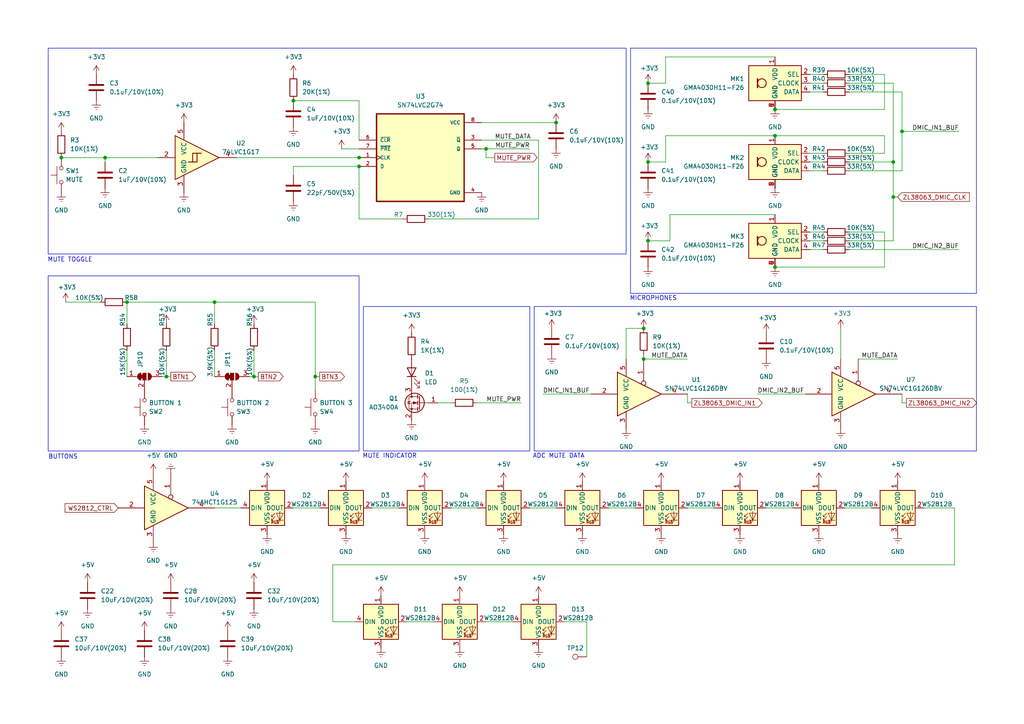
<source format=kicad_sch>
(kicad_sch (version 20231120) (generator "eeschema") (generator_version "8.0")
  (paper "A4")
  (junction (at 73.66 109.22))
  (junction (at 161.29 35.56))
  (junction (at 186.69 95.25))
  (junction (at 36.83 87.63))
  (junction (at 187.96 69.85))
  (junction (at 104.14 48.26))
  (junction (at 187.96 24.13))
  (junction (at 140.97 43.18))
  (junction (at 186.69 104.14))
  (junction (at 91.44 109.22))
  (junction (at 62.23 87.63))
  (junction (at 224.79 77.47))
  (junction (at 259.08 57.15))
  (junction (at 261.62 38.1))
  (junction (at 259.08 46.99))
  (junction (at 30.48 45.72))
  (junction (at 48.26 109.22))
  (junction (at 224.79 31.75))
  (junction (at 17.78 45.72))
  (junction (at 85.09 29.21))
  (junction (at 224.79 39.37))
  (junction (at 187.96 46.99))
  (junction (at 104.14 45.72))
  (wire (pts (xy 194.31 69.85) (xy 194.31 62.23)))
  (wire (pts (xy 62.23 87.63) (xy 36.83 87.63)))
  (wire (pts (xy 91.44 109.22) (xy 92.71 109.22)))
  (wire (pts (xy 170.18 190.5) (xy 170.18 180.34)))
  (wire (pts (xy 234.95 44.45) (xy 238.76 44.45)))
  (wire (pts (xy 187.96 69.85) (xy 194.31 69.85)))
  (wire (pts (xy 36.83 87.63) (xy 36.83 93.98)))
  (wire (pts (xy 92.71 147.32) (xy 85.09 147.32)))
  (wire (pts (xy 276.86 147.32) (xy 276.86 163.83)))
  (wire (pts (xy 260.35 104.14) (xy 248.92 104.14)))
  (wire (pts (xy 186.69 102.87) (xy 186.69 104.14)))
  (wire (pts (xy 238.76 49.53) (xy 234.95 49.53)))
  (wire (pts (xy 256.54 31.75) (xy 224.79 31.75)))
  (wire (pts (xy 163.83 180.34) (xy 170.18 180.34)))
  (wire (pts (xy 85.09 48.26) (xy 85.09 50.8)))
  (wire (pts (xy 256.54 44.45) (xy 256.54 39.37)))
  (wire (pts (xy 276.86 163.83) (xy 96.52 163.83)))
  (wire (pts (xy 267.97 147.32) (xy 276.86 147.32)))
  (wire (pts (xy 259.08 46.99) (xy 259.08 57.15)))
  (wire (pts (xy 73.66 109.22) (xy 72.39 109.22)))
  (wire (pts (xy 193.04 46.99) (xy 193.04 39.37)))
  (wire (pts (xy 116.84 63.5) (xy 104.14 63.5)))
  (wire (pts (xy 130.81 116.84) (xy 127 116.84)))
  (wire (pts (xy 140.97 43.18) (xy 139.7 43.18)))
  (wire (pts (xy 261.62 116.84) (xy 261.62 114.3)))
  (wire (pts (xy 156.21 63.5) (xy 124.46 63.5)))
  (wire (pts (xy 140.97 180.34) (xy 148.59 180.34)))
  (wire (pts (xy 259.08 46.99) (xy 246.38 46.99)))
  (wire (pts (xy 104.14 63.5) (xy 104.14 48.26)))
  (wire (pts (xy 181.61 95.25) (xy 186.69 95.25)))
  (wire (pts (xy 48.26 109.22) (xy 49.53 109.22)))
  (wire (pts (xy 246.38 69.85) (xy 259.08 69.85)))
  (wire (pts (xy 260.35 57.15) (xy 259.08 57.15)))
  (wire (pts (xy 130.81 147.32) (xy 138.43 147.32)))
  (wire (pts (xy 140.97 45.72) (xy 140.97 43.18)))
  (wire (pts (xy 157.48 114.3) (xy 171.45 114.3)))
  (wire (pts (xy 118.11 180.34) (xy 125.73 180.34)))
  (wire (pts (xy 153.67 147.32) (xy 161.29 147.32)))
  (wire (pts (xy 153.67 43.18) (xy 140.97 43.18)))
  (wire (pts (xy 62.23 147.32) (xy 69.85 147.32)))
  (wire (pts (xy 62.23 93.98) (xy 62.23 87.63)))
  (wire (pts (xy 238.76 26.67) (xy 234.95 26.67)))
  (wire (pts (xy 261.62 26.67) (xy 246.38 26.67)))
  (wire (pts (xy 30.48 45.72) (xy 30.48 46.99)))
  (wire (pts (xy 234.95 21.59) (xy 238.76 21.59)))
  (wire (pts (xy 238.76 24.13) (xy 234.95 24.13)))
  (wire (pts (xy 219.71 114.3) (xy 233.68 114.3)))
  (wire (pts (xy 256.54 77.47) (xy 224.79 77.47)))
  (wire (pts (xy 85.09 29.21) (xy 104.14 29.21)))
  (wire (pts (xy 151.13 116.84) (xy 138.43 116.84)))
  (wire (pts (xy 115.57 147.32) (xy 107.95 147.32)))
  (wire (pts (xy 243.84 95.25) (xy 243.84 104.14)))
  (wire (pts (xy 246.38 24.13) (xy 259.08 24.13)))
  (wire (pts (xy 246.38 49.53) (xy 261.62 49.53)))
  (wire (pts (xy 139.7 40.64) (xy 156.21 40.64)))
  (wire (pts (xy 234.95 67.31) (xy 238.76 67.31)))
  (wire (pts (xy 246.38 67.31) (xy 256.54 67.31)))
  (wire (pts (xy 246.38 44.45) (xy 256.54 44.45)))
  (wire (pts (xy 68.58 45.72) (xy 104.14 45.72)))
  (wire (pts (xy 181.61 95.25) (xy 181.61 104.14)))
  (wire (pts (xy 261.62 38.1) (xy 278.13 38.1)))
  (wire (pts (xy 193.04 24.13) (xy 193.04 16.51)))
  (wire (pts (xy 104.14 45.72) (xy 106.68 45.72)))
  (wire (pts (xy 143.51 45.72) (xy 140.97 45.72)))
  (wire (pts (xy 193.04 46.99) (xy 187.96 46.99)))
  (wire (pts (xy 261.62 38.1) (xy 261.62 49.53)))
  (wire (pts (xy 259.08 24.13) (xy 259.08 46.99)))
  (wire (pts (xy 30.48 45.72) (xy 17.78 45.72)))
  (wire (pts (xy 238.76 69.85) (xy 234.95 69.85)))
  (wire (pts (xy 62.23 87.63) (xy 91.44 87.63)))
  (wire (pts (xy 104.14 29.21) (xy 104.14 40.64)))
  (wire (pts (xy 62.23 101.6) (xy 62.23 109.22)))
  (wire (pts (xy 104.14 43.18) (xy 99.06 43.18)))
  (wire (pts (xy 246.38 72.39) (xy 278.13 72.39)))
  (wire (pts (xy 48.26 101.6) (xy 48.26 109.22)))
  (wire (pts (xy 91.44 109.22) (xy 91.44 113.03)))
  (wire (pts (xy 184.15 147.32) (xy 176.53 147.32)))
  (wire (pts (xy 193.04 39.37) (xy 224.79 39.37)))
  (wire (pts (xy 194.31 62.23) (xy 224.79 62.23)))
  (wire (pts (xy 48.26 109.22) (xy 46.99 109.22)))
  (wire (pts (xy 200.66 116.84) (xy 199.39 116.84)))
  (wire (pts (xy 245.11 147.32) (xy 252.73 147.32)))
  (wire (pts (xy 224.79 39.37) (xy 256.54 39.37)))
  (wire (pts (xy 30.48 45.72) (xy 45.72 45.72)))
  (wire (pts (xy 193.04 16.51) (xy 224.79 16.51)))
  (wire (pts (xy 19.05 87.63) (xy 29.21 87.63)))
  (wire (pts (xy 104.14 48.26) (xy 85.09 48.26)))
  (wire (pts (xy 256.54 67.31) (xy 256.54 77.47)))
  (wire (pts (xy 193.04 24.13) (xy 187.96 24.13)))
  (wire (pts (xy 246.38 21.59) (xy 256.54 21.59)))
  (wire (pts (xy 36.83 101.6) (xy 36.83 109.22)))
  (wire (pts (xy 156.21 40.64) (xy 156.21 63.5)))
  (wire (pts (xy 238.76 72.39) (xy 234.95 72.39)))
  (wire (pts (xy 259.08 57.15) (xy 259.08 69.85)))
  (wire (pts (xy 261.62 26.67) (xy 261.62 38.1)))
  (wire (pts (xy 238.76 46.99) (xy 234.95 46.99)))
  (wire (pts (xy 139.7 35.56) (xy 161.29 35.56)))
  (wire (pts (xy 199.39 116.84) (xy 199.39 114.3)))
  (wire (pts (xy 73.66 101.6) (xy 73.66 109.22)))
  (wire (pts (xy 96.52 163.83) (xy 96.52 180.34)))
  (wire (pts (xy 91.44 87.63) (xy 91.44 109.22)))
  (wire (pts (xy 73.66 109.22) (xy 74.93 109.22)))
  (wire (pts (xy 256.54 21.59) (xy 256.54 31.75)))
  (wire (pts (xy 222.25 147.32) (xy 229.87 147.32)))
  (wire (pts (xy 199.39 147.32) (xy 207.01 147.32)))
  (wire (pts (xy 199.39 104.14) (xy 186.69 104.14)))
  (wire (pts (xy 96.52 180.34) (xy 102.87 180.34)))
  (wire (pts (xy 262.89 116.84) (xy 261.62 116.84)))
  (rectangle (start 154.94 88.9) (end 283.21 130.81))
  (rectangle (start 13.97 13.97) (end 181.61 73.66))
  (rectangle (start 105.41 88.9) (end 153.67 130.81))
  (rectangle (start 13.97 80.01) (end 104.14 130.81))
  (rectangle (start 182.88 13.97) (end 283.21 85.09))
  (text "MUTE INDICATOR" (at 113.03 132.334 0) (effects (font (size 1.27 1.27))))
  (text "BUTTONS" (at 18.288 132.588 0) (effects (font (size 1.27 1.27))))
  (text "ADC MUTE DATA" (at 162.052 132.334 0) (effects (font (size 1.27 1.27))))
  (text "MICROPHONES" (at 182.626 86.614 0) (effects (font (size 1.27 1.27)) (justify left)))
  (text "MUTE TOGGLE" (at 20.32 75.438 0) (effects (font (size 1.27 1.27))))
  (label "MUTE_DATA" (at 199.39 104.14 180))
  (label "MUTE_DATA" (at 260.35 104.14 180))
  (label "DMIC_IN2_BUF" (at 278.13 72.39 180))
  (label "MUTE_PWR" (at 151.13 116.84 180))
  (label "MUTE_DATA" (at 143.51 40.64 0))
  (label "DMIC_IN2_BUF" (at 219.71 114.3 0))
  (label "DMIC_IN1_BUF" (at 278.13 38.1 180))
  (label "DMIC_IN1_BUF" (at 157.48 114.3 0))
  (label "MUTE_PWR" (at 153.67 43.18 180))
  (global_label "ZL38063_DMIC_CLK" (shape input) (at 260.35 57.15 0) (property "Intersheetrefs" "${INTERSHEET_REFS}" (effects (hide yes))))
  (global_label "WS2812_CTRL" (shape input) (at 34.29 147.32 180) (property "Intersheetrefs" "${INTERSHEET_REFS}" (effects (hide yes))))
  (global_label "MUTE_PWR" (shape output) (at 143.51 45.72 0) (property "Intersheetrefs" "${INTERSHEET_REFS}" (effects (hide yes))))
  (global_label "BTN1" (shape output) (at 49.53 109.22 0) (property "Intersheetrefs" "${INTERSHEET_REFS}" (effects (hide yes))))
  (global_label "BTN3" (shape output) (at 92.71 109.22 0) (property "Intersheetrefs" "${INTERSHEET_REFS}" (effects (hide yes))))
  (global_label "ZL38063_DMIC_IN1" (shape output) (at 200.66 116.84 0) (property "Intersheetrefs" "${INTERSHEET_REFS}" (effects (hide yes))))
  (global_label "BTN2" (shape output) (at 74.93 109.22 0) (property "Intersheetrefs" "${INTERSHEET_REFS}" (effects (hide yes))))
  (global_label "ZL38063_DMIC_IN2" (shape output) (at 262.89 116.84 0) (property "Intersheetrefs" "${INTERSHEET_REFS}" (effects (hide yes))))
  (symbol (lib_id "Device:R") (at 242.57 69.85 90) (unit 1)
    (property "Reference" "R46" (at 237.49 68.58 90))
    (property "Value" "33R(5%)" (at 249.682 68.58 90))
    (property "Footprint" "Resistor_SMD:R_0402_1005Metric" (effects (hide yes)))
    (property "Description" "Resistor" (effects (hide yes)))
  )
  (symbol (lib_id "power:+3.3V") (at 48.26 93.98 0) (unit 1)
    (property "Reference" "#PWR0135" (effects (hide yes)))
    (property "Value" "+3V3" (at 48.6283 89.6556 0))
  )
  (symbol (lib_id "power:Earth") (at 17.78 55.88 0) (unit 1)
    (property "Reference" "#PWR05" (effects (hide yes)))
    (property "Value" "GND" (at 17.78 60.96 0))
    (property "Description" "Power symbol creates a global label with name \"Earth\"" (effects (hide yes)))
  )
  (symbol (lib_id "Switch:SW_Push") (at 91.44 118.11 90) (mirror x) (unit 1)
    (property "Reference" "SW4" (at 92.71 119.3801 90) (effects (justify right)))
    (property "Value" "BUTTON 3" (at 92.71 116.8401 90) (effects (justify right)))
    (property "Footprint" "Button_Switch_SMD:SW_SPST_PTS645" (effects (hide yes)))
    (property "Description" "Push button switch, generic, two pins" (effects (hide yes)))
  )
  (symbol (lib_id "LED:WS2812B") (at 260.35 147.32 0) (unit 1)
    (property "Reference" "D10" (at 271.78 143.672 0))
    (property "Value" "WS2812B" (at 271.78 146.212 0))
    (property "Footprint" "LED_SMD:LED_WS2812B_PLCC4_5.0x5.0mm_P3.2mm" (effects (hide yes)))
    (property "Datasheet" "https://cdn-shop.adafruit.com/datasheets/WS2812B.pdf" (effects (hide yes)))
    (property "Description" "RGB LED with integrated controller" (effects (hide yes)))
  )
  (symbol (lib_id "power:Earth") (at 139.7 55.88 0) (unit 1)
    (property "Reference" "#PWR016" (effects (hide yes)))
    (property "Value" "GND" (at 139.7 60.96 0))
    (property "Description" "Power symbol creates a global label with name \"Earth\"" (effects (hide yes)))
  )
  (symbol (lib_id "power:Earth") (at 73.66 176.53 0) (unit 1)
    (property "Reference" "#PWR070" (effects (hide yes)))
    (property "Value" "GND" (at 73.66 181.61 0))
    (property "Description" "Power symbol creates a global label with name \"Earth\"" (effects (hide yes)))
  )
  (symbol (lib_id "Device:R") (at 119.38 100.33 0) (unit 1)
    (property "Reference" "R4" (at 121.92 99.0599 0) (effects (justify left)))
    (property "Value" "1K(1%)" (at 121.92 101.5999 0) (effects (justify left)))
    (property "Footprint" "Resistor_SMD:R_0402_1005Metric" (effects (hide yes)))
    (property "Description" "Resistor" (effects (hide yes)))
  )
  (symbol (lib_id "Device:C") (at 73.66 172.72 0) (unit 1)
    (property "Reference" "C32" (at 77.47 171.4499 0) (effects (justify left)))
    (property "Value" "10uF/10V(20%)" (at 77.47 173.9899 0) (effects (justify left)))
    (property "Footprint" "Capacitor_SMD:C_0402_1005Metric" (effects (hide yes)))
    (property "Description" "Unpolarized capacitor" (effects (hide yes)))
  )
  (symbol (lib_id "Device:C") (at 27.94 25.4 0) (unit 1)
    (property "Reference" "C3" (at 31.75 24.1299 0) (effects (justify left)))
    (property "Value" "0.1uF/10V(10%)" (at 31.75 26.6699 0) (effects (justify left)))
    (property "Footprint" "Capacitor_SMD:C_0402_1005Metric" (effects (hide yes)))
    (property "Description" "Unpolarized capacitor" (effects (hide yes)))
  )
  (symbol (lib_id "power:Earth") (at 224.79 54.61 0) (unit 1)
    (property "Reference" "#PWR0107" (effects (hide yes)))
    (property "Value" "GND" (at 224.79 59.69 0))
    (property "Description" "Power symbol creates a global label with name \"Earth\"" (effects (hide yes)))
  )
  (symbol (lib_id "power:+3.3V") (at 243.84 95.25 0) (unit 1)
    (property "Reference" "#PWR047" (effects (hide yes)))
    (property "Value" "+3V3" (at 244.2083 90.9256 0))
  )
  (symbol (lib_id "power:+5V") (at 168.91 139.7 0) (unit 1)
    (property "Reference" "#PWR067" (effects (hide yes)))
    (property "Value" "+5V" (at 168.91 134.62 0))
    (property "Description" "Power symbol creates a global label with name \"+5V\"" (effects (hide yes)))
  )
  (symbol (lib_id "Device:R") (at 242.57 21.59 90) (unit 1)
    (property "Reference" "R39" (at 237.49 20.32 90))
    (property "Value" "10K(5%)" (at 249.682 20.32 90))
    (property "Footprint" "Resistor_SMD:R_0402_1005Metric" (effects (hide yes)))
    (property "Description" "Resistor" (effects (hide yes)))
  )
  (symbol (lib_id "power:Earth") (at 156.21 187.96 0) (unit 1)
    (property "Reference" "#PWR0105" (effects (hide yes)))
    (property "Value" "GND" (at 156.21 193.04 0))
    (property "Description" "Power symbol creates a global label with name \"Earth\"" (effects (hide yes)))
  )
  (symbol (lib_id "Device:C") (at 187.96 27.94 0) (unit 1)
    (property "Reference" "C40" (at 191.77 26.6699 0) (effects (justify left)))
    (property "Value" "0.1uF/10V(10%)" (at 191.77 29.2099 0) (effects (justify left)))
    (property "Footprint" "Capacitor_SMD:C_0402_1005Metric" (effects (hide yes)))
    (property "Description" "Unpolarized capacitor" (effects (hide yes)))
  )
  (symbol (lib_id "LED:WS2812B") (at 146.05 147.32 0) (unit 1)
    (property "Reference" "D5" (at 157.48 143.672 0))
    (property "Value" "WS2812B" (at 157.48 146.212 0))
    (property "Footprint" "LED_SMD:LED_WS2812B_PLCC4_5.0x5.0mm_P3.2mm" (effects (hide yes)))
    (property "Datasheet" "https://cdn-shop.adafruit.com/datasheets/WS2812B.pdf" (effects (hide yes)))
    (property "Description" "RGB LED with integrated controller" (effects (hide yes)))
  )
  (symbol (lib_id "power:Earth") (at 77.47 154.94 0) (unit 1)
    (property "Reference" "#PWR031" (effects (hide yes)))
    (property "Value" "GND" (at 77.47 160.02 0))
    (property "Description" "Power symbol creates a global label with name \"Earth\"" (effects (hide yes)))
  )
  (symbol (lib_id "power:Earth") (at 181.61 124.46 0) (unit 1)
    (property "Reference" "#PWR020" (effects (hide yes)))
    (property "Value" "GND" (at 181.61 129.54 0))
    (property "Description" "Power symbol creates a global label with name \"Earth\"" (effects (hide yes)))
  )
  (symbol (lib_id "74xGxx:74AHCT1G125") (at 49.53 147.32 0) (unit 1)
    (property "Reference" "U4" (at 62.23 143.129 0))
    (property "Value" "74AHCT1G125" (at 62.23 145.669 0))
    (property "Footprint" "Package_TO_SOT_SMD:SOT-23-5" (effects (hide yes)))
    (property "Datasheet" "http://www.ti.com/lit/sg/scyt129e/scyt129e.pdf" (effects (hide yes)))
    (property "Description" "Single Buffer Gate Tri-State, Low-Voltage CMOS" (effects (hide yes)))
  )
  (symbol (lib_id "power:Earth") (at 243.84 124.46 0) (unit 1)
    (property "Reference" "#PWR0109" (effects (hide yes)))
    (property "Value" "GND" (at 243.84 129.54 0))
    (property "Description" "Power symbol creates a global label with name \"Earth\"" (effects (hide yes)))
  )
  (symbol (lib_id "Device:C") (at 222.25 100.33 0) (unit 1)
    (property "Reference" "C10" (at 226.06 99.0599 0) (effects (justify left)))
    (property "Value" "0.1uF/10V(10%)" (at 226.06 101.5999 0) (effects (justify left)))
    (property "Footprint" "Capacitor_SMD:C_0402_1005Metric" (effects (hide yes)))
    (property "Description" "Unpolarized capacitor" (effects (hide yes)))
  )
  (symbol (lib_id "power:Earth") (at 67.31 123.19 0) (unit 1)
    (property "Reference" "#PWR0133" (effects (hide yes)))
    (property "Value" "GND" (at 67.31 128.27 0))
    (property "Description" "Power symbol creates a global label with name \"Earth\"" (effects (hide yes)))
  )
  (symbol (lib_id "power:+5V") (at 146.05 139.7 0) (unit 1)
    (property "Reference" "#PWR061" (effects (hide yes)))
    (property "Value" "+5V" (at 146.05 134.62 0))
    (property "Description" "Power symbol creates a global label with name \"+5V\"" (effects (hide yes)))
  )
  (symbol (lib_id "Device:R") (at 242.57 72.39 90) (unit 1)
    (property "Reference" "R47" (at 237.49 71.12 90))
    (property "Value" "33R(5%)" (at 249.682 71.12 90))
    (property "Footprint" "Resistor_SMD:R_0402_1005Metric" (effects (hide yes)))
    (property "Description" "Resistor" (effects (hide yes)))
  )
  (symbol (lib_id "Switch:SW_Push") (at 17.78 50.8 90) (unit 1)
    (property "Reference" "SW1" (at 19.05 49.5299 90) (effects (justify right)))
    (property "Value" "MUTE" (at 19.05 52.0699 90) (effects (justify right)))
    (property "Footprint" "Button_Switch_SMD:SW_SPST_PTS645" (effects (hide yes)))
    (property "Description" "Push button switch, generic, two pins" (effects (hide yes)))
  )
  (symbol (lib_id "power:Earth") (at 260.35 154.94 0) (unit 1)
    (property "Reference" "#PWR091" (effects (hide yes)))
    (property "Value" "GND" (at 260.35 160.02 0))
    (property "Description" "Power symbol creates a global label with name \"Earth\"" (effects (hide yes)))
  )
  (symbol (lib_id "Device:R") (at 242.57 24.13 90) (unit 1)
    (property "Reference" "R40" (at 237.49 22.86 90))
    (property "Value" "33R(5%)" (at 249.682 22.86 90))
    (property "Footprint" "Resistor_SMD:R_0402_1005Metric" (effects (hide yes)))
    (property "Description" "Resistor" (effects (hide yes)))
  )
  (symbol (lib_id "power:Earth") (at 187.96 54.61 0) (unit 1)
    (property "Reference" "#PWR0102" (effects (hide yes)))
    (property "Value" "GND" (at 187.96 59.69 0))
    (property "Description" "Power symbol creates a global label with name \"Earth\"" (effects (hide yes)))
  )
  (symbol (lib_id "power:Earth") (at 237.49 154.94 0) (unit 1)
    (property "Reference" "#PWR083" (effects (hide yes)))
    (property "Value" "GND" (at 237.49 160.02 0))
    (property "Description" "Power symbol creates a global label with name \"Earth\"" (effects (hide yes)))
  )
  (symbol (lib_id "power:+5V") (at 17.78 182.88 0) (unit 1)
    (property "Reference" "#PWR076" (effects (hide yes)))
    (property "Value" "+5V" (at 17.78 177.8 0))
    (property "Description" "Power symbol creates a global label with name \"+5V\"" (effects (hide yes)))
  )
  (symbol (lib_id "Device:R") (at 33.02 87.63 270) (mirror x) (unit 1)
    (property "Reference" "R58" (at 38.1 86.36 90))
    (property "Value" "10K(5%)" (at 25.908 86.36 90))
    (property "Footprint" "Resistor_SMD:R_0402_1005Metric" (effects (hide yes)))
    (property "Description" "Resistor" (effects (hide yes)))
  )
  (symbol (lib_id "Device:C") (at 17.78 186.69 0) (unit 1)
    (property "Reference" "C37" (at 21.59 185.4199 0) (effects (justify left)))
    (property "Value" "10uF/10V(20%)" (at 21.59 187.9599 0) (effects (justify left)))
    (property "Footprint" "Capacitor_SMD:C_0402_1005Metric" (effects (hide yes)))
    (property "Description" "Unpolarized capacitor" (effects (hide yes)))
  )
  (symbol (lib_id "LED:WS2812B") (at 237.49 147.32 0) (unit 1)
    (property "Reference" "D9" (at 248.92 143.672 0))
    (property "Value" "WS2812B" (at 248.92 146.212 0))
    (property "Footprint" "LED_SMD:LED_WS2812B_PLCC4_5.0x5.0mm_P3.2mm" (effects (hide yes)))
    (property "Datasheet" "https://cdn-shop.adafruit.com/datasheets/WS2812B.pdf" (effects (hide yes)))
    (property "Description" "RGB LED with integrated controller" (effects (hide yes)))
  )
  (symbol (lib_id "Device:R") (at 48.26 97.79 0) (mirror y) (unit 1)
    (property "Reference" "R53" (at 46.99 92.71 90))
    (property "Value" "10K(5%)" (at 46.99 104.902 90))
    (property "Footprint" "Resistor_SMD:R_0402_1005Metric" (effects (hide yes)))
    (property "Description" "Resistor" (effects (hide yes)))
  )
  (symbol (lib_id "power:+3.3V") (at 73.66 93.98 0) (unit 1)
    (property "Reference" "#PWR0137" (effects (hide yes)))
    (property "Value" "+3V3" (at 74.0283 89.6556 0))
  )
  (symbol (lib_id "power:+5V") (at 156.21 172.72 0) (unit 1)
    (property "Reference" "#PWR098" (effects (hide yes)))
    (property "Value" "+5V" (at 156.21 167.64 0))
    (property "Description" "Power symbol creates a global label with name \"+5V\"" (effects (hide yes)))
  )
  (symbol (lib_id "power:Earth") (at 214.63 154.94 0) (unit 1)
    (property "Reference" "#PWR079" (effects (hide yes)))
    (property "Value" "GND" (at 214.63 160.02 0))
    (property "Description" "Power symbol creates a global label with name \"Earth\"" (effects (hide yes)))
  )
  (symbol (lib_id "INGHAi GMA4030H11-F26:GMA4030H11-F26") (at 224.79 46.99 0) (unit 1)
    (property "Reference" "MK2" (at 215.9 45.7199 0) (effects (justify right)))
    (property "Value" "GMA4030H11-F26" (at 215.9 48.2599 0) (effects (justify right)))
    (property "Footprint" "Library:XDCR_CMM-4030DT-26154-TR" (effects (hide yes)))
    (property "Datasheet" "https://www.lcsc.com/datasheet/lcsc_datasheet_2005071903_INGHAi-GMA4030H11-F26_C498193.pdf" (effects (hide yes)))
    (property "Description" "Digital MEMS Microphone" (effects (hide yes)))
  )
  (symbol (lib_id "LED:WS2812B") (at 168.91 147.32 0) (unit 1)
    (property "Reference" "D6" (at 180.34 143.672 0))
    (property "Value" "WS2812B" (at 180.34 146.212 0))
    (property "Footprint" "LED_SMD:LED_WS2812B_PLCC4_5.0x5.0mm_P3.2mm" (effects (hide yes)))
    (property "Datasheet" "https://cdn-shop.adafruit.com/datasheets/WS2812B.pdf" (effects (hide yes)))
    (property "Description" "RGB LED with integrated controller" (effects (hide yes)))
  )
  (symbol (lib_id "Transistor_FET:AO3400A") (at 121.92 116.84 0) (mirror y) (unit 1)
    (property "Reference" "Q1" (at 115.57 115.5699 0) (effects (justify left)))
    (property "Value" "AO3400A" (at 115.57 118.1099 0) (effects (justify left)))
    (property "Footprint" "Package_TO_SOT_SMD:SOT-23" (effects (hide yes)))
    (property "Datasheet" "http://www.aosmd.com/pdfs/datasheet/AO3400A.pdf" (effects (hide yes)))
    (property "Description" "30V Vds, 5.7A Id, N-Channel MOSFET, SOT-23" (effects (hide yes)))
  )
  (symbol (lib_id "Device:R") (at 186.69 99.06 0) (unit 1)
    (property "Reference" "R9" (at 189.23 97.7899 0) (effects (justify left)))
    (property "Value" "10K(1%)" (at 189.23 100.3299 0) (effects (justify left)))
    (property "Footprint" "Resistor_SMD:R_0402_1005Metric" (effects (hide yes)))
    (property "Description" "Resistor" (effects (hide yes)))
  )
  (symbol (lib_id "power:+5V") (at 260.35 139.7 0) (unit 1)
    (property "Reference" "#PWR090" (effects (hide yes)))
    (property "Value" "+5V" (at 260.35 134.62 0))
    (property "Description" "Power symbol creates a global label with name \"+5V\"" (effects (hide yes)))
  )
  (symbol (lib_id "Device:R") (at 242.57 26.67 90) (unit 1)
    (property "Reference" "R41" (at 237.49 25.4 90))
    (property "Value" "33R(5%)" (at 249.682 25.4 90))
    (property "Footprint" "Resistor_SMD:R_0402_1005Metric" (effects (hide yes)))
    (property "Description" "Resistor" (effects (hide yes)))
  )
  (symbol (lib_id "power:+3.3V") (at 53.34 35.56 0) (unit 1)
    (property "Reference" "#PWR0141" (effects (hide yes)))
    (property "Value" "+3V3" (at 53.34 30.48 0))
    (property "Description" "Power symbol creates a global label with name \"+3.3V\"" (effects (hide yes)))
  )
  (symbol (lib_id "power:Earth") (at 191.77 154.94 0) (unit 1)
    (property "Reference" "#PWR072" (effects (hide yes)))
    (property "Value" "GND" (at 191.77 160.02 0))
    (property "Description" "Power symbol creates a global label with name \"Earth\"" (effects (hide yes)))
  )
  (symbol (lib_id "74xGxx:74LVC1G17") (at 58.42 45.72 0) (unit 1)
    (property "Reference" "U2" (at 69.85 41.529 0))
    (property "Value" "74LVC1G17" (at 69.85 44.069 0))
    (property "Footprint" "Package_TO_SOT_SMD:SOT-23-5" (effects (hide yes)))
    (property "Datasheet" "https://www.ti.com/lit/ds/symlink/sn74lvc1g17.pdf" (effects (hide yes)))
    (property "Description" "Single Schmitt Buffer Gate, Low-Voltage CMOS" (effects (hide yes)))
  )
  (symbol (lib_id "power:Earth") (at 91.44 123.19 0) (unit 1)
    (property "Reference" "#PWR0134" (effects (hide yes)))
    (property "Value" "GND" (at 91.44 128.27 0))
    (property "Description" "Power symbol creates a global label with name \"Earth\"" (effects (hide yes)))
  )
  (symbol (lib_id "Device:R") (at 120.65 63.5 270) (unit 1)
    (property "Reference" "R7" (at 115.57 62.23 90))
    (property "Value" "330(1%)" (at 128.016 62.23 90))
    (property "Footprint" "Resistor_SMD:R_0402_1005Metric" (effects (hide yes)))
    (property "Description" "Resistor" (effects (hide yes)))
  )
  (symbol (lib_id "power:Earth") (at 187.96 77.47 0) (unit 1)
    (property "Reference" "#PWR0104" (effects (hide yes)))
    (property "Value" "GND" (at 187.96 82.55 0))
    (property "Description" "Power symbol creates a global label with name \"Earth\"" (effects (hide yes)))
  )
  (symbol (lib_id "power:+3.3V") (at 187.96 46.99 0) (unit 1)
    (property "Reference" "#PWR0101" (effects (hide yes)))
    (property "Value" "+3V3" (at 188.3283 42.6656 0))
  )
  (symbol (lib_id "Device:C") (at 161.29 39.37 0) (unit 1)
    (property "Reference" "C6" (at 165.1 38.0999 0) (effects (justify left)))
    (property "Value" "0.1uF/10V(10%)" (at 165.1 40.6399 0) (effects (justify left)))
    (property "Footprint" "Capacitor_SMD:C_0402_1005Metric" (effects (hide yes)))
    (property "Description" "Unpolarized capacitor" (effects (hide yes)))
  )
  (symbol (lib_id "Device:R") (at 62.23 97.79 0) (mirror y) (unit 1)
    (property "Reference" "R55" (at 60.96 92.71 90))
    (property "Value" "3.9K(5%)" (at 60.96 104.902 90))
    (property "Footprint" "Resistor_SMD:R_0402_1005Metric" (effects (hide yes)))
    (property "Description" "Resistor" (effects (hide yes)))
  )
  (symbol (lib_id "INGHAi GMA4030H11-F26:GMA4030H11-F26") (at 224.79 24.13 0) (unit 1)
    (property "Reference" "MK1" (at 215.9 22.8599 0) (effects (justify right)))
    (property "Value" "GMA4030H11-F26" (at 215.9 25.3999 0) (effects (justify right)))
    (property "Footprint" "Library:XDCR_CMM-4030DT-26154-TR" (effects (hide yes)))
    (property "Datasheet" "https://www.lcsc.com/datasheet/lcsc_datasheet_2005071903_INGHAi-GMA4030H11-F26_C498193.pdf" (effects (hide yes)))
    (property "Description" "Digital MEMS Microphone" (effects (hide yes)))
  )
  (symbol (lib_id "SN74LVC2G74:SN74LVC2G74") (at 121.92 45.72 0) (unit 1)
    (property "Reference" "U3" (at 121.92 27.94 0))
    (property "Value" "SN74LVC2G74" (at 121.92 30.48 0))
    (property "Footprint" "Package_SO:VSSOP-8_2.4x2.1mm_P0.5mm" (effects (hide yes)))
    (property "Datasheet" "https://www.ti.com/lit/ds/symlink/sn74lvc2g74.pdf" (effects (hide yes)))
    (property "MF" "Texas Instruments" (effects (hide yes)))
    (property "Description_1" "\nSingle Positive-Edge-Triggered D-Type Flip-Flop with Clear and Preset\n" (effects (hide yes)))
    (property "Package" "VSSOP-8 Texas Instruments" (effects (hide yes)))
    (property "Price" "None" (effects (hide yes)))
    (property "SnapEDA_Link" "https://www.snapeda.com/parts/SN74LVC2G74/Texas+Instruments/view-part/?ref=snap" (effects (hide yes)))
    (property "MP" "SN74LVC2G74" (effects (hide yes)))
    (property "Purchase-URL" "https://www.snapeda.com/api/url_track_click_mouser/?unipart_id=395570&manufacturer=Texas Instruments&part_name=SN74LVC2G74&search_term=sn74lvc2g74" (effects (hide yes)))
    (property "Availability" "In Stock" (effects (hide yes)))
    (property "Check_prices" "https://www.snapeda.com/parts/SN74LVC2G74/Texas+Instruments/view-part/?ref=eda" (effects (hide yes)))
  )
  (symbol (lib_id "Device:C") (at 30.48 50.8 0) (unit 1)
    (property "Reference" "C2" (at 34.29 49.5299 0) (effects (justify left)))
    (property "Value" "1uF/10V(10%)" (at 34.29 52.0699 0) (effects (justify left)))
    (property "Footprint" "Capacitor_SMD:C_0402_1005Metric" (effects (hide yes)))
    (property "Description" "Unpolarized capacitor" (effects (hide yes)))
  )
  (symbol (lib_id "power:+5V") (at 77.47 139.7 0) (unit 1)
    (property "Reference" "#PWR030" (effects (hide yes)))
    (property "Value" "+5V" (at 77.47 134.62 0))
    (property "Description" "Power symbol creates a global label with name \"+5V\"" (effects (hide yes)))
  )
  (symbol (lib_id "power:+3.3V") (at 27.94 21.59 0) (unit 1)
    (property "Reference" "#PWR010" (effects (hide yes)))
    (property "Value" "+3V3" (at 27.94 16.51 0))
    (property "Description" "Power symbol creates a global label with name \"+3.3V\"" (effects (hide yes)))
  )
  (symbol (lib_id "Device:C") (at 160.02 99.06 0) (unit 1)
    (property "Reference" "C7" (at 163.83 97.7899 0) (effects (justify left)))
    (property "Value" "0.1uF/10V(10%)" (at 163.83 100.3299 0) (effects (justify left)))
    (property "Footprint" "Capacitor_SMD:C_0402_1005Metric" (effects (hide yes)))
    (property "Description" "Unpolarized capacitor" (effects (hide yes)))
  )
  (symbol (lib_id "Jumper:SolderJumper_3_Bridged12") (at 67.31 109.22 0) (unit 1)
    (property "Reference" "JP11" (at 66.0399 106.68 90) (effects (justify left)))
    (property "Value" "SolderJumper_3_Bridged12" (effects (hide yes)))
    (property "Footprint" "Jumper:SolderJumper-3_P1.3mm_Bridged12_RoundedPad1.0x1.5mm" (effects (hide yes)))
    (property "Description" "3-pole Solder Jumper, pins 1+2 closed/bridged" (effects (hide yes)))
  )
  (symbol (lib_id "Device:LED") (at 119.38 107.95 90) (unit 1)
    (property "Reference" "D1" (at 123.19 108.2674 90) (effects (justify right)))
    (property "Value" "LED" (at 123.19 110.8074 90) (effects (justify right)))
    (property "Footprint" "LED_SMD:LED_0603_1608Metric" (effects (hide yes)))
    (property "Description" "Light emitting diode" (effects (hide yes)))
  )
  (symbol (lib_id "power:Earth") (at 25.4 176.53 0) (unit 1)
    (property "Reference" "#PWR056" (effects (hide yes)))
    (property "Value" "GND" (at 25.4 181.61 0))
    (property "Description" "Power symbol creates a global label with name \"Earth\"" (effects (hide yes)))
  )
  (symbol (lib_id "Device:R") (at 242.57 49.53 90) (unit 1)
    (property "Reference" "R44" (at 237.49 48.26 90))
    (property "Value" "33R(5%)" (at 249.682 48.26 90))
    (property "Footprint" "Resistor_SMD:R_0402_1005Metric" (effects (hide yes)))
    (property "Description" "Resistor" (effects (hide yes)))
  )
  (symbol (lib_id "Jumper:SolderJumper_3_Bridged12") (at 41.91 109.22 0) (unit 1)
    (property "Reference" "JP10" (at 40.6399 106.68 90) (effects (justify left)))
    (property "Value" "SolderJumper_3_Bridged12" (effects (hide yes)))
    (property "Footprint" "Jumper:SolderJumper-3_P1.3mm_Bridged12_RoundedPad1.0x1.5mm" (effects (hide yes)))
    (property "Description" "3-pole Solder Jumper, pins 1+2 closed/bridged" (effects (hide yes)))
  )
  (symbol (lib_id "power:Earth") (at 187.96 31.75 0) (unit 1)
    (property "Reference" "#PWR0100" (effects (hide yes)))
    (property "Value" "GND" (at 187.96 36.83 0))
    (property "Description" "Power symbol creates a global label with name \"Earth\"" (effects (hide yes)))
  )
  (symbol (lib_id "power:+3.3V") (at 186.69 95.25 0) (unit 1)
    (property "Reference" "#PWR023" (effects (hide yes)))
    (property "Value" "+3V3" (at 187.0583 90.9256 0))
  )
  (symbol (lib_id "power:Earth") (at 49.53 176.53 0) (unit 1)
    (property "Reference" "#PWR065" (effects (hide yes)))
    (property "Value" "GND" (at 49.53 181.61 0))
    (property "Description" "Power symbol creates a global label with name \"Earth\"" (effects (hide yes)))
  )
  (symbol (lib_id "Device:C") (at 187.96 73.66 0) (unit 1)
    (property "Reference" "C42" (at 191.77 72.3899 0) (effects (justify left)))
    (property "Value" "0.1uF/10V(10%)" (at 191.77 74.9299 0) (effects (justify left)))
    (property "Footprint" "Capacitor_SMD:C_0402_1005Metric" (effects (hide yes)))
    (property "Description" "Unpolarized capacitor" (effects (hide yes)))
  )
  (symbol (lib_id "power:Earth") (at 44.45 157.48 0) (unit 1)
    (property "Reference" "#PWR022" (effects (hide yes)))
    (property "Value" "GND" (at 44.45 162.56 0))
    (property "Description" "Power symbol creates a global label with name \"Earth\"" (effects (hide yes)))
  )
  (symbol (lib_id "74xGxx:SN74LVC1G125DBV") (at 186.69 114.3 0) (unit 1)
    (property "Reference" "U1" (at 201.93 110.109 0))
    (property "Value" "SN74LVC1G126DBV" (at 201.93 112.649 0))
    (property "Footprint" "Package_TO_SOT_SMD:SOT-23-5" (effects (hide yes)))
    (property "Datasheet" "http://www.ti.com/lit/ds/symlink/sn74lvc1g125.pdf" (effects (hide yes)))
    (property "Description" "Single Buffer Gate Tri-State, Low-Voltage CMOS, SOT-23-5" (effects (hide yes)))
  )
  (symbol (lib_id "power:+5V") (at 25.4 168.91 0) (unit 1)
    (property "Reference" "#PWR055" (effects (hide yes)))
    (property "Value" "+5V" (at 25.4 163.83 0))
    (property "Description" "Power symbol creates a global label with name \"+5V\"" (effects (hide yes)))
  )
  (symbol (lib_id "Device:R") (at 36.83 97.79 0) (mirror y) (unit 1)
    (property "Reference" "R54" (at 35.56 92.71 90))
    (property "Value" "15K(5%)" (at 35.56 104.902 90))
    (property "Footprint" "Resistor_SMD:R_0402_1005Metric" (effects (hide yes)))
    (property "Description" "Resistor" (effects (hide yes)))
  )
  (symbol (lib_id "power:+3.3V") (at 160.02 95.25 0) (unit 1)
    (property "Reference" "#PWR02" (effects (hide yes)))
    (property "Value" "+3V3" (at 160.3883 90.9256 0))
  )
  (symbol (lib_id "power:+5V") (at 214.63 139.7 0) (unit 1)
    (property "Reference" "#PWR078" (effects (hide yes)))
    (property "Value" "+5V" (at 214.63 134.62 0))
    (property "Description" "Power symbol creates a global label with name \"+5V\"" (effects (hide yes)))
  )
  (symbol (lib_id "power:+3.3V") (at 161.29 35.56 0) (unit 1)
    (property "Reference" "#PWR017" (effects (hide yes)))
    (property "Value" "+3V3" (at 161.29 30.48 0))
    (property "Description" "Power symbol creates a global label with name \"+3.3V\"" (effects (hide yes)))
  )
  (symbol (lib_id "power:+3.3V") (at 222.25 96.52 0) (unit 1)
    (property "Reference" "#PWR034" (effects (hide yes)))
    (property "Value" "+3V3" (at 222.6183 92.1956 0))
  )
  (symbol (lib_id "power:Earth") (at 119.38 121.92 0) (unit 1)
    (property "Reference" "#PWR08" (effects (hide yes)))
    (property "Value" "GND" (at 119.38 127 0))
    (property "Description" "Power symbol creates a global label with name \"Earth\"" (effects (hide yes)))
  )
  (symbol (lib_id "Device:R") (at 242.57 46.99 90) (unit 1)
    (property "Reference" "R43" (at 237.49 45.72 90))
    (property "Value" "33R(5%)" (at 249.682 45.72 90))
    (property "Footprint" "Resistor_SMD:R_0402_1005Metric" (effects (hide yes)))
    (property "Description" "Resistor" (effects (hide yes)))
  )
  (symbol (lib_id "power:Earth") (at 85.09 36.83 0) (unit 1)
    (property "Reference" "#PWR013" (effects (hide yes)))
    (property "Value" "GND" (at 85.09 41.91 0))
    (property "Description" "Power symbol creates a global label with name \"Earth\"" (effects (hide yes)))
  )
  (symbol (lib_id "power:Earth") (at 123.19 154.94 0) (unit 1)
    (property "Reference" "#PWR051" (effects (hide yes)))
    (property "Value" "GND" (at 123.19 160.02 0))
    (property "Description" "Power symbol creates a global label with name \"Earth\"" (effects (hide yes)))
  )
  (symbol (lib_id "power:Earth") (at 110.49 187.96 0) (unit 1)
    (property "Reference" "#PWR095" (effects (hide yes)))
    (property "Value" "GND" (at 110.49 193.04 0))
    (property "Description" "Power symbol creates a global label with name \"Earth\"" (effects (hide yes)))
  )
  (symbol (lib_id "Connector:TestPoint") (at 170.18 190.5 90) (unit 1)
    (property "Reference" "TP12" (at 166.878 187.96 90))
    (property "Value" "TestPoint" (effects (hide yes)))
    (property "Footprint" "TestPoint:TestPoint_Pad_D1.0mm" (effects (hide yes)))
    (property "Description" "test point" (effects (hide yes)))
  )
  (symbol (lib_id "Device:C") (at 49.53 172.72 0) (unit 1)
    (property "Reference" "C28" (at 53.34 171.4499 0) (effects (justify left)))
    (property "Value" "10uF/10V(20%)" (at 53.34 173.9899 0) (effects (justify left)))
    (property "Footprint" "Capacitor_SMD:C_0402_1005Metric" (effects (hide yes)))
    (property "Description" "Unpolarized capacitor" (effects (hide yes)))
  )
  (symbol (lib_id "LED:WS2812B") (at 156.21 180.34 0) (unit 1)
    (property "Reference" "D13" (at 167.64 176.692 0))
    (property "Value" "WS2812B" (at 167.64 179.232 0))
    (property "Footprint" "LED_SMD:LED_WS2812B_PLCC4_5.0x5.0mm_P3.2mm" (effects (hide yes)))
    (property "Datasheet" "https://cdn-shop.adafruit.com/datasheets/WS2812B.pdf" (effects (hide yes)))
    (property "Description" "RGB LED with integrated controller" (effects (hide yes)))
  )
  (symbol (lib_id "power:+3.3V") (at 19.05 87.63 0) (unit 1)
    (property "Reference" "#PWR0138" (effects (hide yes)))
    (property "Value" "+3V3" (at 19.4183 83.3056 0))
  )
  (symbol (lib_id "power:Earth") (at 100.33 154.94 0) (unit 1)
    (property "Reference" "#PWR042" (effects (hide yes)))
    (property "Value" "GND" (at 100.33 160.02 0))
    (property "Description" "Power symbol creates a global label with name \"Earth\"" (effects (hide yes)))
  )
  (symbol (lib_id "Device:R") (at 85.09 25.4 0) (unit 1)
    (property "Reference" "R6" (at 87.63 24.1299 0) (effects (justify left)))
    (property "Value" "20K(1%)" (at 87.63 26.6699 0) (effects (justify left)))
    (property "Footprint" "Resistor_SMD:R_0402_1005Metric" (effects (hide yes)))
    (property "Description" "Resistor" (effects (hide yes)))
  )
  (symbol (lib_id "LED:WS2812B") (at 77.47 147.32 0) (unit 1)
    (property "Reference" "D2" (at 88.9 143.672 0))
    (property "Value" "WS2812B" (at 88.9 146.212 0))
    (property "Footprint" "LED_SMD:LED_WS2812B_PLCC4_5.0x5.0mm_P3.2mm" (effects (hide yes)))
    (property "Datasheet" "https://cdn-shop.adafruit.com/datasheets/WS2812B.pdf" (effects (hide yes)))
    (property "Description" "RGB LED with integrated controller" (effects (hide yes)))
  )
  (symbol (lib_id "power:Earth") (at 66.04 190.5 0) (unit 1)
    (property "Reference" "#PWR088" (effects (hide yes)))
    (property "Value" "GND" (at 66.04 195.58 0))
    (property "Description" "Power symbol creates a global label with name \"Earth\"" (effects (hide yes)))
  )
  (symbol (lib_id "power:+5V") (at 237.49 139.7 0) (unit 1)
    (property "Reference" "#PWR082" (effects (hide yes)))
    (property "Value" "+5V" (at 237.49 134.62 0))
    (property "Description" "Power symbol creates a global label with name \"+5V\"" (effects (hide yes)))
  )
  (symbol (lib_id "power:+5V") (at 44.45 137.16 0) (unit 1)
    (property "Reference" "#PWR021" (effects (hide yes)))
    (property "Value" "+5V" (at 44.45 132.08 0))
    (property "Description" "Power symbol creates a global label with name \"+5V\"" (effects (hide yes)))
  )
  (symbol (lib_id "LED:WS2812B") (at 191.77 147.32 0) (unit 1)
    (property "Reference" "D7" (at 203.2 143.672 0))
    (property "Value" "WS2812B" (at 203.2 146.212 0))
    (property "Footprint" "LED_SMD:LED_WS2812B_PLCC4_5.0x5.0mm_P3.2mm" (effects (hide yes)))
    (property "Datasheet" "https://cdn-shop.adafruit.com/datasheets/WS2812B.pdf" (effects (hide yes)))
    (property "Description" "RGB LED with integrated controller" (effects (hide yes)))
  )
  (symbol (lib_id "Device:R") (at 73.66 97.79 0) (mirror y) (unit 1)
    (property "Reference" "R56" (at 72.39 92.71 90))
    (property "Value" "10K(5%)" (at 72.39 104.902 90))
    (property "Footprint" "Resistor_SMD:R_0402_1005Metric" (effects (hide yes)))
    (property "Description" "Resistor" (effects (hide yes)))
  )
  (symbol (lib_id "Device:R") (at 134.62 116.84 90) (unit 1)
    (property "Reference" "R5" (at 134.62 110.49 90))
    (property "Value" "100(1%)" (at 134.62 113.03 90))
    (property "Footprint" "Resistor_SMD:R_0402_1005Metric" (effects (hide yes)))
    (property "Description" "Resistor" (effects (hide yes)))
  )
  (symbol (lib_id "power:+5V") (at 41.91 182.88 0) (unit 1)
    (property "Reference" "#PWR080" (effects (hide yes)))
    (property "Value" "+5V" (at 41.91 177.8 0))
    (property "Description" "Power symbol creates a global label with name \"+5V\"" (effects (hide yes)))
  )
  (symbol (lib_id "power:+5V") (at 49.53 168.91 0) (unit 1)
    (property "Reference" "#PWR064" (effects (hide yes)))
    (property "Value" "+5V" (at 49.53 163.83 0))
    (property "Description" "Power symbol creates a global label with name \"+5V\"" (effects (hide yes)))
  )
  (symbol (lib_id "Device:R") (at 242.57 44.45 90) (unit 1)
    (property "Reference" "R42" (at 237.49 43.18 90))
    (property "Value" "10K(5%)" (at 249.682 43.18 90))
    (property "Footprint" "Resistor_SMD:R_0402_1005Metric" (effects (hide yes)))
    (property "Description" "Resistor" (effects (hide yes)))
  )
  (symbol (lib_id "power:+3.3V") (at 99.06 43.18 0) (unit 1)
    (property "Reference" "#PWR015" (effects (hide yes)))
    (property "Value" "+3V3" (at 99.06 38.1 0))
    (property "Description" "Power symbol creates a global label with name \"+3.3V\"" (effects (hide yes)))
  )
  (symbol (lib_id "Switch:SW_Push") (at 41.91 118.11 90) (mirror x) (unit 1)
    (property "Reference" "SW2" (at 43.18 119.3801 90) (effects (justify right)))
    (property "Value" "BUTTON 1" (at 43.18 116.8401 90) (effects (justify right)))
    (property "Footprint" "Button_Switch_SMD:SW_SPST_PTS645" (effects (hide yes)))
    (property "Description" "Push button switch, generic, two pins" (effects (hide yes)))
  )
  (symbol (lib_id "74xGxx:SN74LVC1G125DBV") (at 248.92 114.3 0) (unit 1)
    (property "Reference" "U7" (at 264.16 110.109 0))
    (property "Value" "SN74LVC1G126DBV" (at 264.16 112.649 0))
    (property "Footprint" "Package_TO_SOT_SMD:SOT-23-5" (effects (hide yes)))
    (property "Datasheet" "http://www.ti.com/lit/ds/symlink/sn74lvc1g125.pdf" (effects (hide yes)))
    (property "Description" "Single Buffer Gate Tri-State, Low-Voltage CMOS, SOT-23-5" (effects (hide yes)))
  )
  (symbol (lib_id "power:+5V") (at 133.35 172.72 0) (unit 1)
    (property "Reference" "#PWR096" (effects (hide yes)))
    (property "Value" "+5V" (at 133.35 167.64 0))
    (property "Description" "Power symbol creates a global label with name \"+5V\"" (effects (hide yes)))
  )
  (symbol (lib_id "power:+3.3V") (at 187.96 24.13 0) (unit 1)
    (property "Reference" "#PWR099" (effects (hide yes)))
    (property "Value" "+3V3" (at 188.3283 19.8056 0))
  )
  (symbol (lib_id "power:Earth") (at 41.91 123.19 0) (unit 1)
    (property "Reference" "#PWR0136" (effects (hide yes)))
    (property "Value" "GND" (at 41.91 128.27 0))
    (property "Description" "Power symbol creates a global label with name \"Earth\"" (effects (hide yes)))
  )
  (symbol (lib_id "power:+5V") (at 100.33 139.7 0) (unit 1)
    (property "Reference" "#PWR041" (effects (hide yes)))
    (property "Value" "+5V" (at 100.33 134.62 0))
    (property "Description" "Power symbol creates a global label with name \"+5V\"" (effects (hide yes)))
  )
  (symbol (lib_id "power:Earth") (at 17.78 190.5 0) (unit 1)
    (property "Reference" "#PWR077" (effects (hide yes)))
    (property "Value" "GND" (at 17.78 195.58 0))
    (property "Description" "Power symbol creates a global label with name \"Earth\"" (effects (hide yes)))
  )
  (symbol (lib_id "power:Earth") (at 133.35 187.96 0) (unit 1)
    (property "Reference" "#PWR097" (effects (hide yes)))
    (property "Value" "GND" (at 133.35 193.04 0))
    (property "Description" "Power symbol creates a global label with name \"Earth\"" (effects (hide yes)))
  )
  (symbol (lib_id "power:Earth") (at 160.02 102.87 0) (unit 1)
    (property "Reference" "#PWR0139" (effects (hide yes)))
    (property "Value" "GND" (at 160.02 107.95 0))
    (property "Description" "Power symbol creates a global label with name \"Earth\"" (effects (hide yes)))
  )
  (symbol (lib_id "Device:R") (at 17.78 41.91 180) (unit 1)
    (property "Reference" "R3" (at 20.32 40.6399 0) (effects (justify right)))
    (property "Value" "10K(1%)" (at 20.32 43.1799 0) (effects (justify right)))
    (property "Footprint" "Resistor_SMD:R_0402_1005Metric" (effects (hide yes)))
    (property "Description" "Resistor" (effects (hide yes)))
  )
  (symbol (lib_id "power:+5V") (at 123.19 139.7 0) (unit 1)
    (property "Reference" "#PWR050" (effects (hide yes)))
    (property "Value" "+5V" (at 123.19 134.62 0))
    (property "Description" "Power symbol creates a global label with name \"+5V\"" (effects (hide yes)))
  )
  (symbol (lib_id "power:Earth") (at 30.48 54.61 0) (unit 1)
    (property "Reference" "#PWR06" (effects (hide yes)))
    (property "Value" "GND" (at 30.48 59.69 0))
    (property "Description" "Power symbol creates a global label with name \"Earth\"" (effects (hide yes)))
  )
  (symbol (lib_id "power:Earth") (at 146.05 154.94 0) (unit 1)
    (property "Reference" "#PWR062" (effects (hide yes)))
    (property "Value" "GND" (at 146.05 160.02 0))
    (property "Description" "Power symbol creates a global label with name \"Earth\"" (effects (hide yes)))
  )
  (symbol (lib_id "power:+5V") (at 110.49 172.72 0) (unit 1)
    (property "Reference" "#PWR094" (effects (hide yes)))
    (property "Value" "+5V" (at 110.49 167.64 0))
    (property "Description" "Power symbol creates a global label with name \"+5V\"" (effects (hide yes)))
  )
  (symbol (lib_id "Device:C") (at 41.91 186.69 0) (unit 1)
    (property "Reference" "C38" (at 45.72 185.4199 0) (effects (justify left)))
    (property "Value" "10uF/10V(20%)" (at 45.72 187.9599 0) (effects (justify left)))
    (property "Footprint" "Capacitor_SMD:C_0402_1005Metric" (effects (hide yes)))
    (property "Description" "Unpolarized capacitor" (effects (hide yes)))
  )
  (symbol (lib_id "Device:C") (at 25.4 172.72 0) (unit 1)
    (property "Reference" "C22" (at 29.21 171.4499 0) (effects (justify left)))
    (property "Value" "10uF/10V(20%)" (at 29.21 173.9899 0) (effects (justify left)))
    (property "Footprint" "Capacitor_SMD:C_0402_1005Metric" (effects (hide yes)))
    (property "Description" "Unpolarized capacitor" (effects (hide yes)))
  )
  (symbol (lib_id "power:+3.3V") (at 85.09 21.59 0) (unit 1)
    (property "Reference" "#PWR012" (effects (hide yes)))
    (property "Value" "+3V3" (at 85.09 16.51 0))
    (property "Description" "Power symbol creates a global label with name \"+3.3V\"" (effects (hide yes)))
  )
  (symbol (lib_id "Device:C") (at 187.96 50.8 0) (unit 1)
    (property "Reference" "C41" (at 191.77 49.5299 0) (effects (justify left)))
    (property "Value" "0.1uF/10V(10%)" (at 191.77 52.0699 0) (effects (justify left)))
    (property "Footprint" "Capacitor_SMD:C_0402_1005Metric" (effects (hide yes)))
    (property "Description" "Unpolarized capacitor" (effects (hide yes)))
  )
  (symbol (lib_id "power:Earth") (at 168.91 154.94 0) (unit 1)
    (property "Reference" "#PWR068" (effects (hide yes)))
    (property "Value" "GND" (at 168.91 160.02 0))
    (property "Description" "Power symbol creates a global label with name \"Earth\"" (effects (hide yes)))
  )
  (symbol (lib_id "power:Earth") (at 224.79 77.47 0) (unit 1)
    (property "Reference" "#PWR0108" (effects (hide yes)))
    (property "Value" "GND" (at 224.79 82.55 0))
    (property "Description" "Power symbol creates a global label with name \"Earth\"" (effects (hide yes)))
  )
  (symbol (lib_id "LED:WS2812B") (at 100.33 147.32 0) (unit 1)
    (property "Reference" "D3" (at 111.76 143.672 0))
    (property "Value" "WS2812B" (at 111.76 146.212 0))
    (property "Footprint" "LED_SMD:LED_WS2812B_PLCC4_5.0x5.0mm_P3.2mm" (effects (hide yes)))
    (property "Datasheet" "https://cdn-shop.adafruit.com/datasheets/WS2812B.pdf" (effects (hide yes)))
    (property "Description" "RGB LED with integrated controller" (effects (hide yes)))
  )
  (symbol (lib_id "power:+3.3V") (at 187.96 69.85 0) (unit 1)
    (property "Reference" "#PWR0103" (effects (hide yes)))
    (property "Value" "+3V3" (at 188.3283 65.5256 0))
  )
  (symbol (lib_id "power:+5V") (at 66.04 182.88 0) (unit 1)
    (property "Reference" "#PWR087" (effects (hide yes)))
    (property "Value" "+5V" (at 66.04 177.8 0))
    (property "Description" "Power symbol creates a global label with name \"+5V\"" (effects (hide yes)))
  )
  (symbol (lib_id "LED:WS2812B") (at 133.35 180.34 0) (unit 1)
    (property "Reference" "D12" (at 144.78 176.692 0))
    (property "Value" "WS2812B" (at 144.78 179.232 0))
    (property "Footprint" "LED_SMD:LED_WS2812B_PLCC4_5.0x5.0mm_P3.2mm" (effects (hide yes)))
    (property "Datasheet" "https://cdn-shop.adafruit.com/datasheets/WS2812B.pdf" (effects (hide yes)))
    (property "Description" "RGB LED with integrated controller" (effects (hide yes)))
  )
  (symbol (lib_id "power:+5V") (at 73.66 168.91 0) (unit 1)
    (property "Reference" "#PWR069" (effects (hide yes)))
    (property "Value" "+5V" (at 73.66 163.83 0))
    (property "Description" "Power symbol creates a global label with name \"+5V\"" (effects (hide yes)))
  )
  (symbol (lib_id "power:Earth") (at 49.53 137.16 180) (unit 1)
    (property "Reference" "#PWR024" (effects (hide yes)))
    (property "Value" "GND" (at 49.53 132.08 0))
    (property "Description" "Power symbol creates a global label with name \"Earth\"" (effects (hide yes)))
  )
  (symbol (lib_id "power:+3.3V") (at 119.38 96.52 0) (unit 1)
    (property "Reference" "#PWR07" (effects (hide yes)))
    (property "Value" "+3V3" (at 119.38 91.44 0))
    (property "Description" "Power symbol creates a global label with name \"+3.3V\"" (effects (hide yes)))
  )
  (symbol (lib_id "power:Earth") (at 222.25 104.14 0) (unit 1)
    (property "Reference" "#PWR0140" (effects (hide yes)))
    (property "Value" "GND" (at 222.25 109.22 0))
    (property "Description" "Power symbol creates a global label with name \"Earth\"" (effects (hide yes)))
  )
  (symbol (lib_id "Device:C") (at 85.09 33.02 0) (unit 1)
    (property "Reference" "C4" (at 88.9 31.7499 0) (effects (justify left)))
    (property "Value" "1uF/10V(10%)" (at 88.9 34.2899 0) (effects (justify left)))
    (property "Footprint" "Capacitor_SMD:C_0402_1005Metric" (effects (hide yes)))
    (property "Description" "Unpolarized capacitor" (effects (hide yes)))
  )
  (symbol (lib_id "power:Earth") (at 85.09 58.42 0) (unit 1)
    (property "Reference" "#PWR014" (effects (hide yes)))
    (property "Value" "GND" (at 85.09 63.5 0))
    (property "Description" "Power symbol creates a global label with name \"Earth\"" (effects (hide yes)))
  )
  (symbol (lib_id "LED:WS2812B") (at 110.49 180.34 0) (unit 1)
    (property "Reference" "D11" (at 121.92 176.692 0))
    (property "Value" "WS2812B" (at 121.92 179.232 0))
    (property "Footprint" "LED_SMD:LED_WS2812B_PLCC4_5.0x5.0mm_P3.2mm" (effects (hide yes)))
    (property "Datasheet" "https://cdn-shop.adafruit.com/datasheets/WS2812B.pdf" (effects (hide yes)))
    (property "Description" "RGB LED with integrated controller" (effects (hide yes)))
  )
  (symbol (lib_id "power:Earth") (at 161.29 43.18 0) (unit 1)
    (property "Reference" "#PWR018" (effects (hide yes)))
    (property "Value" "GND" (at 161.29 48.26 0))
    (property "Description" "Power symbol creates a global label with name \"Earth\"" (effects (hide yes)))
  )
  (symbol (lib_id "Device:R") (at 242.57 67.31 90) (unit 1)
    (property "Reference" "R45" (at 237.49 66.04 90))
    (property "Value" "10K(5%)" (at 249.682 66.04 90))
    (property "Footprint" "Resistor_SMD:R_0402_1005Metric" (effects (hide yes)))
    (property "Description" "Resistor" (effects (hide yes)))
  )
  (symbol (lib_id "Device:C") (at 66.04 186.69 0) (unit 1)
    (property "Reference" "C39" (at 69.85 185.4199 0) (effects (justify left)))
    (property "Value" "10uF/10V(20%)" (at 69.85 187.9599 0) (effects (justify left)))
    (property "Footprint" "Capacitor_SMD:C_0402_1005Metric" (effects (hide yes)))
    (property "Description" "Unpolarized capacitor" (effects (hide yes)))
  )
  (symbol (lib_id "Device:C") (at 85.09 54.61 0) (unit 1)
    (property "Reference" "C5" (at 88.9 53.3399 0) (effects (justify left)))
    (property "Value" "22pF/50V(5%)" (at 88.9 55.8799 0) (effects (justify left)))
    (property "Footprint" "Capacitor_SMD:C_0402_1005Metric" (effects (hide yes)))
    (property "Description" "Unpolarized capacitor" (effects (hide yes)))
  )
  (symbol (lib_id "LED:WS2812B") (at 214.63 147.32 0) (unit 1)
    (property "Reference" "D8" (at 226.06 143.672 0))
    (property "Value" "WS2812B" (at 226.06 146.212 0))
    (property "Footprint" "LED_SMD:LED_WS2812B_PLCC4_5.0x5.0mm_P3.2mm" (effects (hide yes)))
    (property "Datasheet" "https://cdn-shop.adafruit.com/datasheets/WS2812B.pdf" (effects (hide yes)))
    (property "Description" "RGB LED with integrated controller" (effects (hide yes)))
  )
  (symbol (lib_id "Switch:SW_Push") (at 67.31 118.11 90) (mirror x) (unit 1)
    (property "Reference" "SW3" (at 68.58 119.3801 90) (effects (justify right)))
    (property "Value" "BUTTON 2" (at 68.58 116.8401 90) (effects (justify right)))
    (property "Footprint" "Button_Switch_SMD:SW_SPST_PTS645" (effects (hide yes)))
    (property "Description" "Push button switch, generic, two pins" (effects (hide yes)))
  )
  (symbol (lib_id "LED:WS2812B") (at 123.19 147.32 0) (unit 1)
    (property "Reference" "D4" (at 134.62 143.672 0))
    (property "Value" "WS2812B" (at 134.62 146.212 0))
    (property "Footprint" "LED_SMD:LED_WS2812B_PLCC4_5.0x5.0mm_P3.2mm" (effects (hide yes)))
    (property "Datasheet" "https://cdn-shop.adafruit.com/datasheets/WS2812B.pdf" (effects (hide yes)))
    (property "Description" "RGB LED with integrated controller" (effects (hide yes)))
  )
  (symbol (lib_id "power:+5V") (at 191.77 139.7 0) (unit 1)
    (property "Reference" "#PWR071" (effects (hide yes)))
    (property "Value" "+5V" (at 191.77 134.62 0))
    (property "Description" "Power symbol creates a global label with name \"+5V\"" (effects (hide yes)))
  )
  (symbol (lib_id "INGHAi GMA4030H11-F26:GMA4030H11-F26") (at 224.79 69.85 0) (unit 1)
    (property "Reference" "MK3" (at 215.9 68.5799 0) (effects (justify right)))
    (property "Value" "GMA4030H11-F26" (at 215.9 71.1199 0) (effects (justify right)))
    (property "Footprint" "Library:XDCR_CMM-4030DT-26154-TR" (effects (hide yes)))
    (property "Datasheet" "https://www.lcsc.com/datasheet/lcsc_datasheet_2005071903_INGHAi-GMA4030H11-F26_C498193.pdf" (effects (hide yes)))
    (property "Description" "Digital MEMS Microphone" (effects (hide yes)))
  )
  (symbol (lib_id "power:Earth") (at 53.34 55.88 0) (unit 1)
    (property "Reference" "#PWR09" (effects (hide yes)))
    (property "Value" "GND" (at 53.34 60.96 0))
    (property "Description" "Power symbol creates a global label with name \"Earth\"" (effects (hide yes)))
  )
  (symbol (lib_id "power:Earth") (at 224.79 31.75 0) (unit 1)
    (property "Reference" "#PWR0106" (effects (hide yes)))
    (property "Value" "GND" (at 224.79 36.83 0))
    (property "Description" "Power symbol creates a global label with name \"Earth\"" (effects (hide yes)))
  )
  (symbol (lib_id "power:Earth") (at 41.91 190.5 0) (unit 1)
    (property "Reference" "#PWR081" (effects (hide yes)))
    (property "Value" "GND" (at 41.91 195.58 0))
    (property "Description" "Power symbol creates a global label with name \"Earth\"" (effects (hide yes)))
  )
  (symbol (lib_id "power:Earth") (at 27.94 29.21 0) (unit 1)
    (property "Reference" "#PWR011" (effects (hide yes)))
    (property "Value" "GND" (at 27.94 34.29 0))
    (property "Description" "Power symbol creates a global label with name \"Earth\"" (effects (hide yes)))
  )
  (symbol (lib_id "power:+3.3V") (at 17.78 38.1 0) (unit 1)
    (property "Reference" "#PWR03" (effects (hide yes)))
    (property "Value" "+3V3" (at 17.78 33.02 0))
    (property "Description" "Power symbol creates a global label with name \"+3.3V\"" (effects (hide yes)))
  )
)
</source>
